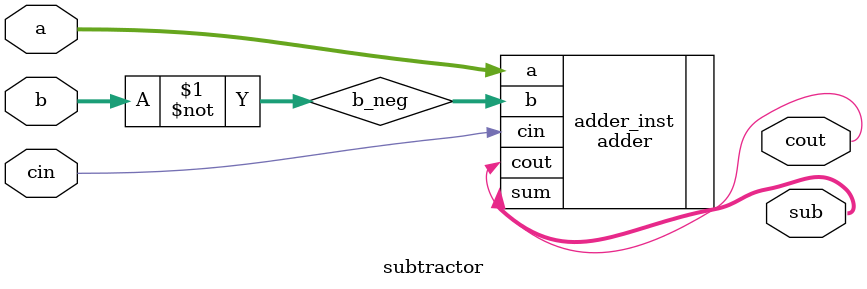
<source format=v>
module subtractor(
    input  [31:0] a, 
    input  [31:0] b,  
    input  cin,	
    output  [31:0] sub,
    output  cout      
);
    wire [31:0] b_neg;  // Chuyển b_neg thành wire

    // Tính bù hai của b
    assign b_neg = ~b;

    // Gọi mô-đun adder để thực hiện phép cộng
    adder adder_inst (
        .a(a),
        .b(b_neg),       // Sử dụng bù hai của b
        .cin(cin),       // cin=1
        .sum(sub),       // Kết quả phép trừ
        .cout(cout)      // Bit nhớ ra
    );
endmodule


</source>
